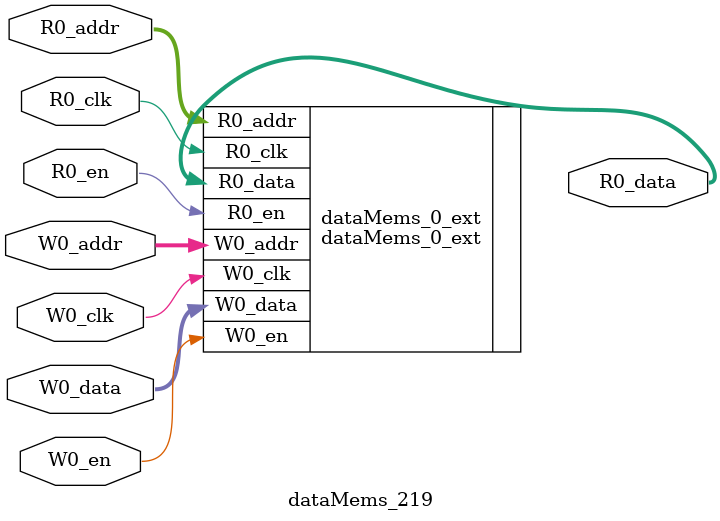
<source format=sv>
`ifndef RANDOMIZE
  `ifdef RANDOMIZE_REG_INIT
    `define RANDOMIZE
  `endif // RANDOMIZE_REG_INIT
`endif // not def RANDOMIZE
`ifndef RANDOMIZE
  `ifdef RANDOMIZE_MEM_INIT
    `define RANDOMIZE
  `endif // RANDOMIZE_MEM_INIT
`endif // not def RANDOMIZE

`ifndef RANDOM
  `define RANDOM $random
`endif // not def RANDOM

// Users can define 'PRINTF_COND' to add an extra gate to prints.
`ifndef PRINTF_COND_
  `ifdef PRINTF_COND
    `define PRINTF_COND_ (`PRINTF_COND)
  `else  // PRINTF_COND
    `define PRINTF_COND_ 1
  `endif // PRINTF_COND
`endif // not def PRINTF_COND_

// Users can define 'ASSERT_VERBOSE_COND' to add an extra gate to assert error printing.
`ifndef ASSERT_VERBOSE_COND_
  `ifdef ASSERT_VERBOSE_COND
    `define ASSERT_VERBOSE_COND_ (`ASSERT_VERBOSE_COND)
  `else  // ASSERT_VERBOSE_COND
    `define ASSERT_VERBOSE_COND_ 1
  `endif // ASSERT_VERBOSE_COND
`endif // not def ASSERT_VERBOSE_COND_

// Users can define 'STOP_COND' to add an extra gate to stop conditions.
`ifndef STOP_COND_
  `ifdef STOP_COND
    `define STOP_COND_ (`STOP_COND)
  `else  // STOP_COND
    `define STOP_COND_ 1
  `endif // STOP_COND
`endif // not def STOP_COND_

// Users can define INIT_RANDOM as general code that gets injected into the
// initializer block for modules with registers.
`ifndef INIT_RANDOM
  `define INIT_RANDOM
`endif // not def INIT_RANDOM

// If using random initialization, you can also define RANDOMIZE_DELAY to
// customize the delay used, otherwise 0.002 is used.
`ifndef RANDOMIZE_DELAY
  `define RANDOMIZE_DELAY 0.002
`endif // not def RANDOMIZE_DELAY

// Define INIT_RANDOM_PROLOG_ for use in our modules below.
`ifndef INIT_RANDOM_PROLOG_
  `ifdef RANDOMIZE
    `ifdef VERILATOR
      `define INIT_RANDOM_PROLOG_ `INIT_RANDOM
    `else  // VERILATOR
      `define INIT_RANDOM_PROLOG_ `INIT_RANDOM #`RANDOMIZE_DELAY begin end
    `endif // VERILATOR
  `else  // RANDOMIZE
    `define INIT_RANDOM_PROLOG_
  `endif // RANDOMIZE
`endif // not def INIT_RANDOM_PROLOG_

// Include register initializers in init blocks unless synthesis is set
`ifndef SYNTHESIS
  `ifndef ENABLE_INITIAL_REG_
    `define ENABLE_INITIAL_REG_
  `endif // not def ENABLE_INITIAL_REG_
`endif // not def SYNTHESIS

// Include rmemory initializers in init blocks unless synthesis is set
`ifndef SYNTHESIS
  `ifndef ENABLE_INITIAL_MEM_
    `define ENABLE_INITIAL_MEM_
  `endif // not def ENABLE_INITIAL_MEM_
`endif // not def SYNTHESIS

module dataMems_219(	// @[generators/ara/src/main/scala/UnsafeAXI4ToTL.scala:365:62]
  input  [4:0]  R0_addr,
  input         R0_en,
  input         R0_clk,
  output [66:0] R0_data,
  input  [4:0]  W0_addr,
  input         W0_en,
  input         W0_clk,
  input  [66:0] W0_data
);

  dataMems_0_ext dataMems_0_ext (	// @[generators/ara/src/main/scala/UnsafeAXI4ToTL.scala:365:62]
    .R0_addr (R0_addr),
    .R0_en   (R0_en),
    .R0_clk  (R0_clk),
    .R0_data (R0_data),
    .W0_addr (W0_addr),
    .W0_en   (W0_en),
    .W0_clk  (W0_clk),
    .W0_data (W0_data)
  );
endmodule


</source>
